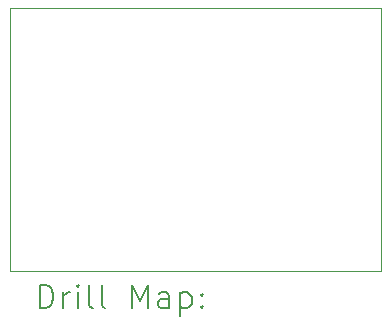
<source format=gbr>
%TF.GenerationSoftware,KiCad,Pcbnew,6.0.8+dfsg-1~bpo11+1*%
%TF.CreationDate,2023-03-31T17:36:49-04:00*%
%TF.ProjectId,IQS550_captouch_breakout,49515335-3530-45f6-9361-70746f756368,rev?*%
%TF.SameCoordinates,Original*%
%TF.FileFunction,Drillmap*%
%TF.FilePolarity,Positive*%
%FSLAX45Y45*%
G04 Gerber Fmt 4.5, Leading zero omitted, Abs format (unit mm)*
G04 Created by KiCad (PCBNEW 6.0.8+dfsg-1~bpo11+1) date 2023-03-31 17:36:49*
%MOMM*%
%LPD*%
G01*
G04 APERTURE LIST*
%ADD10C,0.100000*%
%ADD11C,0.200000*%
G04 APERTURE END LIST*
D10*
X12727500Y-10642500D02*
X15872500Y-10642500D01*
X15872500Y-10642500D02*
X15872500Y-8420000D01*
X15872500Y-8420000D02*
X12727500Y-8420000D01*
X12727500Y-8420000D02*
X12727500Y-10642500D01*
D11*
X12980119Y-10957976D02*
X12980119Y-10757976D01*
X13027738Y-10757976D01*
X13056309Y-10767500D01*
X13075357Y-10786548D01*
X13084881Y-10805595D01*
X13094405Y-10843690D01*
X13094405Y-10872262D01*
X13084881Y-10910357D01*
X13075357Y-10929405D01*
X13056309Y-10948452D01*
X13027738Y-10957976D01*
X12980119Y-10957976D01*
X13180119Y-10957976D02*
X13180119Y-10824643D01*
X13180119Y-10862738D02*
X13189643Y-10843690D01*
X13199167Y-10834167D01*
X13218214Y-10824643D01*
X13237262Y-10824643D01*
X13303928Y-10957976D02*
X13303928Y-10824643D01*
X13303928Y-10757976D02*
X13294405Y-10767500D01*
X13303928Y-10777024D01*
X13313452Y-10767500D01*
X13303928Y-10757976D01*
X13303928Y-10777024D01*
X13427738Y-10957976D02*
X13408690Y-10948452D01*
X13399167Y-10929405D01*
X13399167Y-10757976D01*
X13532500Y-10957976D02*
X13513452Y-10948452D01*
X13503928Y-10929405D01*
X13503928Y-10757976D01*
X13761071Y-10957976D02*
X13761071Y-10757976D01*
X13827738Y-10900833D01*
X13894405Y-10757976D01*
X13894405Y-10957976D01*
X14075357Y-10957976D02*
X14075357Y-10853214D01*
X14065833Y-10834167D01*
X14046786Y-10824643D01*
X14008690Y-10824643D01*
X13989643Y-10834167D01*
X14075357Y-10948452D02*
X14056309Y-10957976D01*
X14008690Y-10957976D01*
X13989643Y-10948452D01*
X13980119Y-10929405D01*
X13980119Y-10910357D01*
X13989643Y-10891310D01*
X14008690Y-10881786D01*
X14056309Y-10881786D01*
X14075357Y-10872262D01*
X14170595Y-10824643D02*
X14170595Y-11024643D01*
X14170595Y-10834167D02*
X14189643Y-10824643D01*
X14227738Y-10824643D01*
X14246786Y-10834167D01*
X14256309Y-10843690D01*
X14265833Y-10862738D01*
X14265833Y-10919881D01*
X14256309Y-10938929D01*
X14246786Y-10948452D01*
X14227738Y-10957976D01*
X14189643Y-10957976D01*
X14170595Y-10948452D01*
X14351548Y-10938929D02*
X14361071Y-10948452D01*
X14351548Y-10957976D01*
X14342024Y-10948452D01*
X14351548Y-10938929D01*
X14351548Y-10957976D01*
X14351548Y-10834167D02*
X14361071Y-10843690D01*
X14351548Y-10853214D01*
X14342024Y-10843690D01*
X14351548Y-10834167D01*
X14351548Y-10853214D01*
M02*

</source>
